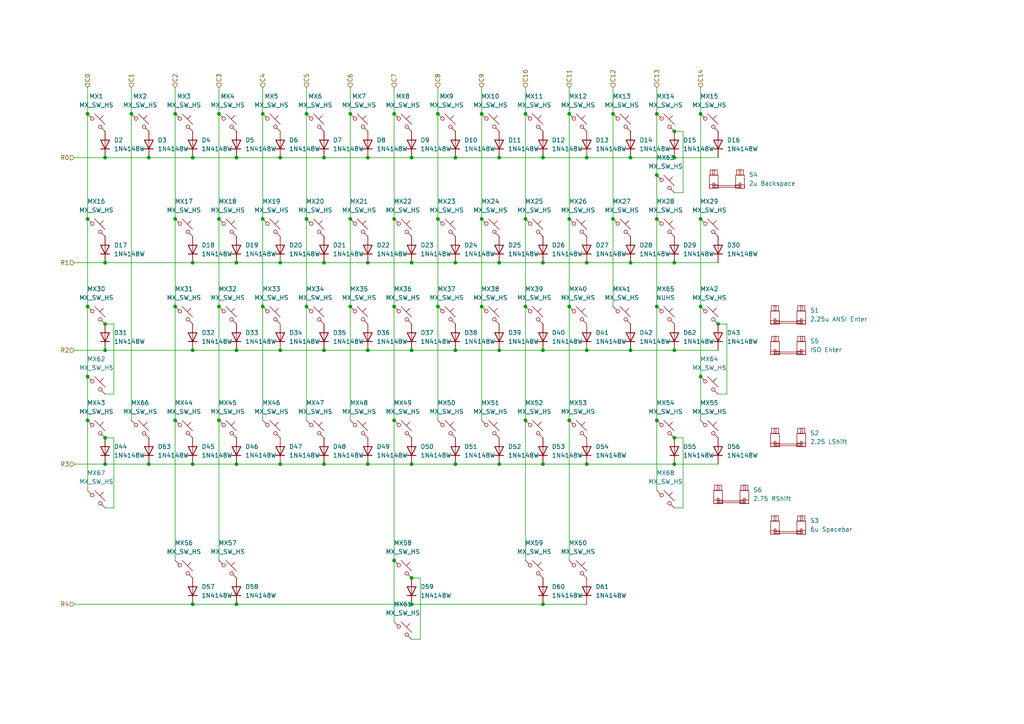
<source format=kicad_sch>
(kicad_sch (version 20231120) (generator "eeschema") (generator_version "8.0")
  (paper "A4")
  (junction (at 81.28 101.6))
  (junction (at 25.4 63.5))
  (junction (at 144.78 134.62))
  (junction (at 203.2 88.9))
  (junction (at 30.48 101.6))
  (junction (at 195.58 127))
  (junction (at 30.48 45.72))
  (junction (at 88.9 33.02))
  (junction (at 106.68 45.72))
  (junction (at 203.2 63.5))
  (junction (at 68.58 45.72))
  (junction (at 170.18 101.6))
  (junction (at 157.48 175.26))
  (junction (at 190.5 63.5))
  (junction (at 106.68 76.2))
  (junction (at 152.4 121.92))
  (junction (at 43.18 134.62))
  (junction (at 93.98 76.2))
  (junction (at 55.88 101.6))
  (junction (at 50.8 33.02))
  (junction (at 195.58 101.6))
  (junction (at 182.88 76.2))
  (junction (at 25.4 88.9))
  (junction (at 195.58 45.72))
  (junction (at 177.8 33.02))
  (junction (at 93.98 134.62))
  (junction (at 132.08 101.6))
  (junction (at 127 88.9))
  (junction (at 170.18 134.62))
  (junction (at 127 63.5))
  (junction (at 144.78 76.2))
  (junction (at 55.88 45.72))
  (junction (at 127 33.02))
  (junction (at 63.5 63.5))
  (junction (at 114.3 121.92))
  (junction (at 139.7 88.9))
  (junction (at 114.3 162.56))
  (junction (at 132.08 76.2))
  (junction (at 25.4 121.92))
  (junction (at 139.7 33.02))
  (junction (at 30.48 134.62))
  (junction (at 55.88 175.26))
  (junction (at 30.48 127))
  (junction (at 132.08 134.62))
  (junction (at 81.28 76.2))
  (junction (at 88.9 63.5))
  (junction (at 119.38 45.72))
  (junction (at 76.2 88.9))
  (junction (at 50.8 88.9))
  (junction (at 119.38 175.26))
  (junction (at 139.7 63.5))
  (junction (at 119.38 101.6))
  (junction (at 25.4 33.02))
  (junction (at 190.5 121.92))
  (junction (at 152.4 88.9))
  (junction (at 195.58 134.62))
  (junction (at 170.18 45.72))
  (junction (at 157.48 134.62))
  (junction (at 63.5 88.9))
  (junction (at 165.1 63.5))
  (junction (at 195.58 38.1))
  (junction (at 101.6 33.02))
  (junction (at 76.2 63.5))
  (junction (at 25.4 109.22))
  (junction (at 93.98 101.6))
  (junction (at 165.1 88.9))
  (junction (at 190.5 33.02))
  (junction (at 165.1 121.92))
  (junction (at 114.3 63.5))
  (junction (at 177.8 63.5))
  (junction (at 119.38 167.64))
  (junction (at 157.48 76.2))
  (junction (at 30.48 76.2))
  (junction (at 101.6 88.9))
  (junction (at 119.38 76.2))
  (junction (at 152.4 63.5))
  (junction (at 144.78 45.72))
  (junction (at 55.88 134.62))
  (junction (at 190.5 88.9))
  (junction (at 55.88 76.2))
  (junction (at 93.98 45.72))
  (junction (at 63.5 121.92))
  (junction (at 81.28 45.72))
  (junction (at 132.08 45.72))
  (junction (at 119.38 134.62))
  (junction (at 106.68 134.62))
  (junction (at 76.2 33.02))
  (junction (at 190.5 50.8))
  (junction (at 68.58 134.62))
  (junction (at 157.48 45.72))
  (junction (at 114.3 33.02))
  (junction (at 165.1 33.02))
  (junction (at 208.28 93.98))
  (junction (at 30.48 93.98))
  (junction (at 50.8 121.92))
  (junction (at 63.5 33.02))
  (junction (at 50.8 63.5))
  (junction (at 182.88 45.72))
  (junction (at 106.68 101.6))
  (junction (at 38.1 33.02))
  (junction (at 152.4 33.02))
  (junction (at 88.9 88.9))
  (junction (at 68.58 76.2))
  (junction (at 203.2 109.22))
  (junction (at 144.78 101.6))
  (junction (at 170.18 76.2))
  (junction (at 182.88 101.6))
  (junction (at 195.58 76.2))
  (junction (at 203.2 33.02))
  (junction (at 43.18 45.72))
  (junction (at 81.28 134.62))
  (junction (at 68.58 175.26))
  (junction (at 101.6 63.5))
  (junction (at 114.3 88.9))
  (junction (at 157.48 101.6))
  (junction (at 68.58 101.6))
  (wire (pts (xy 195.58 45.72) (xy 208.28 45.72)))
  (wire (pts (xy 190.5 88.9) (xy 190.5 121.92)))
  (wire (pts (xy 203.2 63.5) (xy 203.2 88.9)))
  (wire (pts (xy 195.58 134.62) (xy 208.28 134.62)))
  (wire (pts (xy 50.8 88.9) (xy 50.8 121.92)))
  (wire (pts (xy 114.3 121.92) (xy 114.3 162.56)))
  (wire (pts (xy 114.3 25.4) (xy 114.3 33.02)))
  (wire (pts (xy 68.58 134.62) (xy 81.28 134.62)))
  (wire (pts (xy 121.92 167.64) (xy 119.38 167.64)))
  (wire (pts (xy 101.6 33.02) (xy 101.6 63.5)))
  (wire (pts (xy 81.28 134.62) (xy 93.98 134.62)))
  (wire (pts (xy 139.7 25.4) (xy 139.7 33.02)))
  (wire (pts (xy 198.12 55.88) (xy 198.12 38.1)))
  (wire (pts (xy 190.5 50.8) (xy 190.5 63.5)))
  (wire (pts (xy 81.28 45.72) (xy 93.98 45.72)))
  (wire (pts (xy 119.38 175.26) (xy 157.48 175.26)))
  (wire (pts (xy 93.98 134.62) (xy 106.68 134.62)))
  (wire (pts (xy 106.68 101.6) (xy 119.38 101.6)))
  (wire (pts (xy 157.48 175.26) (xy 170.18 175.26)))
  (wire (pts (xy 21.59 45.72) (xy 30.48 45.72)))
  (wire (pts (xy 33.02 114.3) (xy 33.02 93.98)))
  (wire (pts (xy 50.8 121.92) (xy 50.8 162.56)))
  (wire (pts (xy 30.48 101.6) (xy 55.88 101.6)))
  (wire (pts (xy 152.4 25.4) (xy 152.4 33.02)))
  (wire (pts (xy 190.5 33.02) (xy 190.5 50.8)))
  (wire (pts (xy 170.18 101.6) (xy 182.88 101.6)))
  (wire (pts (xy 55.88 101.6) (xy 68.58 101.6)))
  (wire (pts (xy 50.8 63.5) (xy 50.8 88.9)))
  (wire (pts (xy 170.18 134.62) (xy 195.58 134.62)))
  (wire (pts (xy 33.02 127) (xy 30.48 127)))
  (wire (pts (xy 63.5 121.92) (xy 63.5 162.56)))
  (wire (pts (xy 76.2 25.4) (xy 76.2 33.02)))
  (wire (pts (xy 203.2 25.4) (xy 203.2 33.02)))
  (wire (pts (xy 139.7 33.02) (xy 139.7 63.5)))
  (wire (pts (xy 63.5 88.9) (xy 63.5 121.92)))
  (wire (pts (xy 88.9 88.9) (xy 88.9 121.92)))
  (wire (pts (xy 55.88 45.72) (xy 68.58 45.72)))
  (wire (pts (xy 106.68 76.2) (xy 119.38 76.2)))
  (wire (pts (xy 38.1 25.4) (xy 38.1 33.02)))
  (wire (pts (xy 127 25.4) (xy 127 33.02)))
  (wire (pts (xy 195.58 76.2) (xy 208.28 76.2)))
  (wire (pts (xy 157.48 134.62) (xy 170.18 134.62)))
  (wire (pts (xy 25.4 109.22) (xy 25.4 121.92)))
  (wire (pts (xy 165.1 121.92) (xy 165.1 162.56)))
  (wire (pts (xy 38.1 33.02) (xy 38.1 121.92)))
  (wire (pts (xy 25.4 33.02) (xy 25.4 63.5)))
  (wire (pts (xy 157.48 101.6) (xy 170.18 101.6)))
  (wire (pts (xy 93.98 101.6) (xy 106.68 101.6)))
  (wire (pts (xy 30.48 45.72) (xy 43.18 45.72)))
  (wire (pts (xy 144.78 76.2) (xy 157.48 76.2)))
  (wire (pts (xy 63.5 33.02) (xy 63.5 63.5)))
  (wire (pts (xy 30.48 147.32) (xy 33.02 147.32)))
  (wire (pts (xy 43.18 45.72) (xy 55.88 45.72)))
  (wire (pts (xy 106.68 45.72) (xy 119.38 45.72)))
  (wire (pts (xy 165.1 25.4) (xy 165.1 33.02)))
  (wire (pts (xy 203.2 88.9) (xy 203.2 109.22)))
  (wire (pts (xy 152.4 63.5) (xy 152.4 88.9)))
  (wire (pts (xy 119.38 45.72) (xy 132.08 45.72)))
  (wire (pts (xy 203.2 33.02) (xy 203.2 63.5)))
  (wire (pts (xy 139.7 88.9) (xy 139.7 121.92)))
  (wire (pts (xy 68.58 45.72) (xy 81.28 45.72)))
  (wire (pts (xy 198.12 127) (xy 195.58 127)))
  (wire (pts (xy 43.18 134.62) (xy 55.88 134.62)))
  (wire (pts (xy 132.08 101.6) (xy 144.78 101.6)))
  (wire (pts (xy 132.08 76.2) (xy 144.78 76.2)))
  (wire (pts (xy 21.59 134.62) (xy 30.48 134.62)))
  (wire (pts (xy 68.58 175.26) (xy 119.38 175.26)))
  (wire (pts (xy 210.82 93.98) (xy 208.28 93.98)))
  (wire (pts (xy 208.28 114.3) (xy 210.82 114.3)))
  (wire (pts (xy 127 88.9) (xy 127 121.92)))
  (wire (pts (xy 210.82 114.3) (xy 210.82 93.98)))
  (wire (pts (xy 119.38 76.2) (xy 132.08 76.2)))
  (wire (pts (xy 190.5 121.92) (xy 190.5 142.24)))
  (wire (pts (xy 195.58 101.6) (xy 208.28 101.6)))
  (wire (pts (xy 182.88 101.6) (xy 195.58 101.6)))
  (wire (pts (xy 165.1 88.9) (xy 165.1 121.92)))
  (wire (pts (xy 203.2 109.22) (xy 203.2 121.92)))
  (wire (pts (xy 93.98 45.72) (xy 106.68 45.72)))
  (wire (pts (xy 101.6 88.9) (xy 101.6 121.92)))
  (wire (pts (xy 190.5 25.4) (xy 190.5 33.02)))
  (wire (pts (xy 30.48 134.62) (xy 43.18 134.62)))
  (wire (pts (xy 76.2 63.5) (xy 76.2 88.9)))
  (wire (pts (xy 33.02 93.98) (xy 30.48 93.98)))
  (wire (pts (xy 165.1 33.02) (xy 165.1 63.5)))
  (wire (pts (xy 63.5 25.4) (xy 63.5 33.02)))
  (wire (pts (xy 114.3 162.56) (xy 114.3 180.34)))
  (wire (pts (xy 127 63.5) (xy 127 88.9)))
  (wire (pts (xy 152.4 33.02) (xy 152.4 63.5)))
  (wire (pts (xy 157.48 76.2) (xy 170.18 76.2)))
  (wire (pts (xy 81.28 76.2) (xy 93.98 76.2)))
  (wire (pts (xy 63.5 63.5) (xy 63.5 88.9)))
  (wire (pts (xy 21.59 175.26) (xy 55.88 175.26)))
  (wire (pts (xy 177.8 33.02) (xy 177.8 63.5)))
  (wire (pts (xy 119.38 101.6) (xy 132.08 101.6)))
  (wire (pts (xy 55.88 76.2) (xy 68.58 76.2)))
  (wire (pts (xy 101.6 25.4) (xy 101.6 33.02)))
  (wire (pts (xy 114.3 88.9) (xy 114.3 121.92)))
  (wire (pts (xy 50.8 25.4) (xy 50.8 33.02)))
  (wire (pts (xy 50.8 33.02) (xy 50.8 63.5)))
  (wire (pts (xy 76.2 88.9) (xy 76.2 121.92)))
  (wire (pts (xy 182.88 45.72) (xy 195.58 45.72)))
  (wire (pts (xy 21.59 101.6) (xy 30.48 101.6)))
  (wire (pts (xy 152.4 121.92) (xy 152.4 162.56)))
  (wire (pts (xy 114.3 63.5) (xy 114.3 88.9)))
  (wire (pts (xy 132.08 134.62) (xy 144.78 134.62)))
  (wire (pts (xy 30.48 76.2) (xy 55.88 76.2)))
  (wire (pts (xy 177.8 25.4) (xy 177.8 33.02)))
  (wire (pts (xy 152.4 88.9) (xy 152.4 121.92)))
  (wire (pts (xy 170.18 45.72) (xy 182.88 45.72)))
  (wire (pts (xy 119.38 134.62) (xy 132.08 134.62)))
  (wire (pts (xy 25.4 25.4) (xy 25.4 33.02)))
  (wire (pts (xy 195.58 38.1) (xy 198.12 38.1)))
  (wire (pts (xy 25.4 63.5) (xy 25.4 88.9)))
  (wire (pts (xy 177.8 63.5) (xy 177.8 88.9)))
  (wire (pts (xy 93.98 76.2) (xy 106.68 76.2)))
  (wire (pts (xy 88.9 33.02) (xy 88.9 63.5)))
  (wire (pts (xy 121.92 185.42) (xy 121.92 167.64)))
  (wire (pts (xy 144.78 101.6) (xy 157.48 101.6)))
  (wire (pts (xy 55.88 175.26) (xy 68.58 175.26)))
  (wire (pts (xy 182.88 76.2) (xy 195.58 76.2)))
  (wire (pts (xy 157.48 45.72) (xy 170.18 45.72)))
  (wire (pts (xy 144.78 45.72) (xy 157.48 45.72)))
  (wire (pts (xy 25.4 88.9) (xy 25.4 109.22)))
  (wire (pts (xy 30.48 114.3) (xy 33.02 114.3)))
  (wire (pts (xy 195.58 55.88) (xy 198.12 55.88)))
  (wire (pts (xy 170.18 76.2) (xy 182.88 76.2)))
  (wire (pts (xy 21.59 76.2) (xy 30.48 76.2)))
  (wire (pts (xy 68.58 76.2) (xy 81.28 76.2)))
  (wire (pts (xy 198.12 147.32) (xy 198.12 127)))
  (wire (pts (xy 132.08 45.72) (xy 144.78 45.72)))
  (wire (pts (xy 165.1 63.5) (xy 165.1 88.9)))
  (wire (pts (xy 190.5 63.5) (xy 190.5 88.9)))
  (wire (pts (xy 25.4 121.92) (xy 25.4 142.24)))
  (wire (pts (xy 55.88 134.62) (xy 68.58 134.62)))
  (wire (pts (xy 81.28 101.6) (xy 93.98 101.6)))
  (wire (pts (xy 144.78 134.62) (xy 157.48 134.62)))
  (wire (pts (xy 33.02 147.32) (xy 33.02 127)))
  (wire (pts (xy 76.2 33.02) (xy 76.2 63.5)))
  (wire (pts (xy 119.38 185.42) (xy 121.92 185.42)))
  (wire (pts (xy 68.58 101.6) (xy 81.28 101.6)))
  (wire (pts (xy 195.58 147.32) (xy 198.12 147.32)))
  (wire (pts (xy 101.6 63.5) (xy 101.6 88.9)))
  (wire (pts (xy 114.3 33.02) (xy 114.3 63.5)))
  (wire (pts (xy 88.9 25.4) (xy 88.9 33.02)))
  (wire (pts (xy 88.9 63.5) (xy 88.9 88.9)))
  (wire (pts (xy 127 33.02) (xy 127 63.5)))
  (wire (pts (xy 106.68 134.62) (xy 119.38 134.62)))
  (wire (pts (xy 139.7 63.5) (xy 139.7 88.9)))
  (hierarchical_label "R2" (shape input) (at 21.59 101.6 180))
  (hierarchical_label "R3" (shape input) (at 21.59 134.62 180))
  (hierarchical_label "C3" (shape input) (at 63.5 25.4 90))
  (hierarchical_label "C9" (shape input) (at 139.7 25.4 90))
  (hierarchical_label "C14" (shape input) (at 203.2 25.4 90))
  (hierarchical_label "C5" (shape input) (at 88.9 25.4 90))
  (hierarchical_label "R1" (shape input) (at 21.59 76.2 180))
  (hierarchical_label "C10" (shape input) (at 152.4 25.4 90))
  (hierarchical_label "C12" (shape input) (at 177.8 25.4 90))
  (hierarchical_label "C0" (shape input) (at 25.4 25.4 90))
  (hierarchical_label "C11" (shape input) (at 165.1 25.4 90))
  (hierarchical_label "R0" (shape input) (at 21.59 45.72 180))
  (hierarchical_label "C2" (shape input) (at 50.8 25.4 90))
  (hierarchical_label "C1" (shape input) (at 38.1 25.4 90))
  (hierarchical_label "C8" (shape input) (at 127 25.4 90))
  (hierarchical_label "C6" (shape input) (at 101.6 25.4 90))
  (hierarchical_label "R4" (shape input) (at 21.59 175.26 180))
  (hierarchical_label "C13" (shape input) (at 190.5 25.4 90))
  (hierarchical_label "C4" (shape input) (at 76.2 25.4 90))
  (hierarchical_label "C7" (shape input) (at 114.3 25.4 90))
  (symbol (lib_id "Device:D") (at 132.08 41.91 90) (unit 1)
    (property "Reference" "D10" (at 134.62 40.6399 90) (effects (justify right)))
    (property "Value" "1N4148W" (at 134.62 43.1799 90) (effects (justify right)))
    (property "Footprint" "Diode_SMD:D_SOD-123" (effects (hide yes)))
    (property "Description" "Diode" (effects (hide yes)))
    (property "Sim.Device" "D" (effects (hide yes)))
    (property "Sim.Pins" "1=K 2=A" (effects (hide yes)))
  )
  (symbol (lib_id "PCM_marbastlib-mx:MX_SW_solder") (at 104.14 91.44 0) (unit 1)
    (property "Reference" "MX35" (at 104.14 83.82 0))
    (property "Value" "MX_SW_HS" (at 104.14 86.36 0))
    (property "Footprint" "PCM_marbastlib-mx:SW_MX_1u" (effects (hide yes)))
    (property "Description" "Push button switch, normally open, two pins, 45° tilted" (effects (hide yes)))
  )
  (symbol (lib_id "Device:D") (at 208.28 72.39 90) (unit 1)
    (property "Reference" "D30" (at 210.82 71.1199 90) (effects (justify right)))
    (property "Value" "1N4148W" (at 210.82 73.6599 90) (effects (justify right)))
    (property "Footprint" "Diode_SMD:D_SOD-123" (effects (hide yes)))
    (property "Description" "Diode" (effects (hide yes)))
    (property "Sim.Device" "D" (effects (hide yes)))
    (property "Sim.Pins" "1=K 2=A" (effects (hide yes)))
  )
  (symbol (lib_id "Device:D") (at 55.88 72.39 90) (unit 1)
    (property "Reference" "D18" (at 58.42 71.1199 90) (effects (justify right)))
    (property "Value" "1N4148W" (at 58.42 73.6599 90) (effects (justify right)))
    (property "Footprint" "Diode_SMD:D_SOD-123" (effects (hide yes)))
    (property "Description" "Diode" (effects (hide yes)))
    (property "Sim.Device" "D" (effects (hide yes)))
    (property "Sim.Pins" "1=K 2=A" (effects (hide yes)))
  )
  (symbol (lib_id "PCM_marbastlib-mx:MX_SW_solder") (at 116.84 165.1 0) (unit 1)
    (property "Reference" "MX58" (at 116.84 157.48 0))
    (property "Value" "MX_SW_HS" (at 116.84 160.02 0))
    (property "Footprint" "PCM_marbastlib-mx:SW_MX_1u" (effects (hide yes)))
    (property "Description" "Push button switch, normally open, two pins, 45° tilted" (effects (hide yes)))
  )
  (symbol (lib_id "Device:D") (at 68.58 130.81 90) (unit 1)
    (property "Reference" "D46" (at 71.12 129.5399 90) (effects (justify right)))
    (property "Value" "1N4148W" (at 71.12 132.0799 90) (effects (justify right)))
    (property "Footprint" "Diode_SMD:D_SOD-123" (effects (hide yes)))
    (property "Description" "Diode" (effects (hide yes)))
    (property "Sim.Device" "D" (effects (hide yes)))
    (property "Sim.Pins" "1=K 2=A" (effects (hide yes)))
  )
  (symbol (lib_id "PCM_marbastlib-mx:MX_SW_solder") (at 40.64 35.56 0) (unit 1)
    (property "Reference" "MX2" (at 40.64 27.94 0))
    (property "Value" "MX_SW_HS" (at 40.64 30.48 0))
    (property "Footprint" "PCM_marbastlib-mx:SW_MX_1u" (effects (hide yes)))
    (property "Description" "Push button switch, normally open, two pins, 45° tilted" (effects (hide yes)))
  )
  (symbol (lib_id "Device:D") (at 170.18 171.45 90) (unit 1)
    (property "Reference" "D61" (at 172.72 170.1799 90) (effects (justify right)))
    (property "Value" "1N4148W" (at 172.72 172.7199 90) (effects (justify right)))
    (property "Footprint" "Diode_SMD:D_SOD-123" (effects (hide yes)))
    (property "Description" "Diode" (effects (hide yes)))
    (property "Sim.Device" "D" (effects (hide yes)))
    (property "Sim.Pins" "1=K 2=A" (effects (hide yes)))
  )
  (symbol (lib_id "PCM_marbastlib-mx:MX_SW_solder") (at 40.64 124.46 0) (unit 1)
    (property "Reference" "MX66" (at 40.64 116.84 0))
    (property "Value" "MX_SW_HS" (at 40.64 119.38 0))
    (property "Footprint" "PCM_marbastlib-mx:SW_MX_1u" (effects (hide yes)))
    (property "Description" "Push button switch, normally open, two pins, 45° tilted" (effects (hide yes)))
  )
  (symbol (lib_id "Device:D") (at 30.48 130.81 90) (unit 1)
    (property "Reference" "D44" (at 33.02 129.5399 90) (effects (justify right)))
    (property "Value" "1N4148W" (at 33.02 132.0799 90) (effects (justify right)))
    (property "Footprint" "Diode_SMD:D_SOD-123" (effects (hide yes)))
    (property "Description" "Diode" (effects (hide yes)))
    (property "Sim.Device" "D" (effects (hide yes)))
    (property "Sim.Pins" "1=K 2=A" (effects (hide yes)))
  )
  (symbol (lib_id "Device:D") (at 43.18 41.91 90) (unit 1)
    (property "Reference" "D3" (at 45.72 40.6399 90) (effects (justify right)))
    (property "Value" "1N4148W" (at 45.72 43.1799 90) (effects (justify right)))
    (property "Footprint" "Diode_SMD:D_SOD-123" (effects (hide yes)))
    (property "Description" "Diode" (effects (hide yes)))
    (property "Sim.Device" "D" (effects (hide yes)))
    (property "Sim.Pins" "1=K 2=A" (effects (hide yes)))
  )
  (symbol (lib_id "PCM_marbastlib-mx:MX_SW_solder") (at 142.24 124.46 0) (unit 1)
    (property "Reference" "MX51" (at 142.24 116.84 0))
    (property "Value" "MX_SW_HS" (at 142.24 119.38 0))
    (property "Footprint" "PCM_marbastlib-mx:SW_MX_1u" (effects (hide yes)))
    (property "Description" "Push button switch, normally open, two pins, 45° tilted" (effects (hide yes)))
  )
  (symbol (lib_id "Device:D") (at 144.78 97.79 90) (unit 1)
    (property "Reference" "D39" (at 147.32 96.5199 90) (effects (justify right)))
    (property "Value" "1N4148W" (at 147.32 99.0599 90) (effects (justify right)))
    (property "Footprint" "Diode_SMD:D_SOD-123" (effects (hide yes)))
    (property "Description" "Diode" (effects (hide yes)))
    (property "Sim.Device" "D" (effects (hide yes)))
    (property "Sim.Pins" "1=K 2=A" (effects (hide yes)))
  )
  (symbol (lib_id "Device:D") (at 132.08 130.81 90) (unit 1)
    (property "Reference" "D51" (at 134.62 129.5399 90) (effects (justify right)))
    (property "Value" "1N4148W" (at 134.62 132.0799 90) (effects (justify right)))
    (property "Footprint" "Diode_SMD:D_SOD-123" (effects (hide yes)))
    (property "Description" "Diode" (effects (hide yes)))
    (property "Sim.Device" "D" (effects (hide yes)))
    (property "Sim.Pins" "1=K 2=A" (effects (hide yes)))
  )
  (symbol (lib_id "Device:D") (at 132.08 72.39 90) (unit 1)
    (property "Reference" "D24" (at 134.62 71.1199 90) (effects (justify right)))
    (property "Value" "1N4148W" (at 134.62 73.6599 90) (effects (justify right)))
    (property "Footprint" "Diode_SMD:D_SOD-123" (effects (hide yes)))
    (property "Description" "Diode" (effects (hide yes)))
    (property "Sim.Device" "D" (effects (hide yes)))
    (property "Sim.Pins" "1=K 2=A" (effects (hide yes)))
  )
  (symbol (lib_id "Device:D") (at 170.18 130.81 90) (unit 1)
    (property "Reference" "D54" (at 172.72 129.5399 90) (effects (justify right)))
    (property "Value" "1N4148W" (at 172.72 132.0799 90) (effects (justify right)))
    (property "Footprint" "Diode_SMD:D_SOD-123" (effects (hide yes)))
    (property "Description" "Diode" (effects (hide yes)))
    (property "Sim.Device" "D" (effects (hide yes)))
    (property "Sim.Pins" "1=K 2=A" (effects (hide yes)))
  )
  (symbol (lib_id "PCM_marbastlib-mx:MX_SW_solder") (at 27.94 144.78 0) (unit 1)
    (property "Reference" "MX67" (at 27.94 137.16 0))
    (property "Value" "MX_SW_HS" (at 27.94 139.7 0))
    (property "Footprint" "PCM_marbastlib-mx:SW_MX_1u" (effects (hide yes)))
    (property "Description" "Push button switch, normally open, two pins, 45° tilted" (effects (hide yes)))
  )
  (symbol (lib_id "PCM_marbastlib-mx:MX_stab") (at 228.6 152.4 0) (unit 1) (in_bom no)
    (property "Reference" "S3" (at 234.95 151.0029 0) (effects (justify left)))
    (property "Value" "6u Spacebar" (at 234.95 153.5429 0) (effects (justify left)))
    (property "Footprint" "PCM_marbastlib-mx:STAB_MX_6u_New" (effects (hide yes)))
    (property "Description" "Cherry MX-style stabilizer" (effects (hide yes)))
  )
  (symbol (lib_id "PCM_marbastlib-mx:MX_SW_solder") (at 66.04 124.46 0) (unit 1)
    (property "Reference" "MX45" (at 66.04 116.84 0))
    (property "Value" "MX_SW_HS" (at 66.04 119.38 0))
    (property "Footprint" "PCM_marbastlib-mx:SW_MX_1u" (effects (hide yes)))
    (property "Description" "Push button switch, normally open, two pins, 45° tilted" (effects (hide yes)))
  )
  (symbol (lib_id "PCM_marbastlib-mx:MX_SW_solder") (at 116.84 182.88 0) (unit 1)
    (property "Reference" "MX61" (at 116.84 175.26 0))
    (property "Value" "MX_SW_HS" (at 116.84 177.8 0))
    (property "Footprint" "PCM_marbastlib-mx:SW_MX_1u" (effects (hide yes)))
    (property "Description" "Push button switch, normally open, two pins, 45° tilted" (effects (hide yes)))
  )
  (symbol (lib_id "Device:D") (at 144.78 72.39 90) (unit 1)
    (property "Reference" "D25" (at 147.32 71.1199 90) (effects (justify right)))
    (property "Value" "1N4148W" (at 147.32 73.6599 90) (effects (justify right)))
    (property "Footprint" "Diode_SMD:D_SOD-123" (effects (hide yes)))
    (property "Description" "Diode" (effects (hide yes)))
    (property "Sim.Device" "D" (effects (hide yes)))
    (property "Sim.Pins" "1=K 2=A" (effects (hide yes)))
  )
  (symbol (lib_id "Device:D") (at 208.28 97.79 90) (unit 1)
    (property "Reference" "D43" (at 210.82 96.5199 90) (effects (justify right)))
    (property "Value" "1N4148W" (at 210.82 99.0599 90) (effects (justify right)))
    (property "Footprint" "Diode_SMD:D_SOD-123" (effects (hide yes)))
    (property "Description" "Diode" (effects (hide yes)))
    (property "Sim.Device" "D" (effects (hide yes)))
    (property "Sim.Pins" "1=K 2=A" (effects (hide yes)))
  )
  (symbol (lib_id "Device:D") (at 144.78 130.81 90) (unit 1)
    (property "Reference" "D52" (at 147.32 129.5399 90) (effects (justify right)))
    (property "Value" "1N4148W" (at 147.32 132.0799 90) (effects (justify right)))
    (property "Footprint" "Diode_SMD:D_SOD-123" (effects (hide yes)))
    (property "Description" "Diode" (effects (hide yes)))
    (property "Sim.Device" "D" (effects (hide yes)))
    (property "Sim.Pins" "1=K 2=A" (effects (hide yes)))
  )
  (symbol (lib_id "PCM_marbastlib-mx:MX_SW_solder") (at 27.94 35.56 0) (unit 1)
    (property "Reference" "MX1" (at 27.94 27.94 0))
    (property "Value" "MX_SW_HS" (at 27.94 30.48 0))
    (property "Footprint" "PCM_marbastlib-mx:SW_MX_1u" (effects (hide yes)))
    (property "Description" "Push button switch, normally open, two pins, 45° tilted" (effects (hide yes)))
  )
  (symbol (lib_id "PCM_marbastlib-mx:MX_SW_solder") (at 129.54 35.56 0) (unit 1)
    (property "Reference" "MX9" (at 129.54 27.94 0))
    (property "Value" "MX_SW_HS" (at 129.54 30.48 0))
    (property "Footprint" "PCM_marbastlib-mx:SW_MX_1u" (effects (hide yes)))
    (property "Description" "Push button switch, normally open, two pins, 45° tilted" (effects (hide yes)))
  )
  (symbol (lib_id "Device:D") (at 195.58 97.79 90) (unit 1)
    (property "Reference" "D62" (at 198.12 96.5199 90) (effects (justify right)))
    (property "Value" "1N4148W" (at 198.12 99.0599 90) (effects (justify right)))
    (property "Footprint" "Diode_SMD:D_SOD-123" (effects (hide yes)))
    (property "Description" "Diode" (effects (hide yes)))
    (property "Sim.Device" "D" (effects (hide yes)))
    (property "Sim.Pins" "1=K 2=A" (effects (hide yes)))
  )
  (symbol (lib_id "PCM_marbastlib-mx:MX_SW_solder") (at 193.04 91.44 0) (unit 1)
    (property "Reference" "MX65" (at 193.04 83.82 0))
    (property "Value" "NUHS" (at 193.04 86.36 0))
    (property "Footprint" "PCM_marbastlib-mx:SW_MX_1u" (effects (hide yes)))
    (property "Description" "Push button switch, normally open, two pins, 45° tilted" (effects (hide yes)))
  )
  (symbol (lib_id "PCM_marbastlib-mx:MX_SW_solder") (at 167.64 66.04 0) (unit 1)
    (property "Reference" "MX26" (at 167.64 58.42 0))
    (property "Value" "MX_SW_HS" (at 167.64 60.96 0))
    (property "Footprint" "PCM_marbastlib-mx:SW_MX_1u" (effects (hide yes)))
    (property "Description" "Push button switch, normally open, two pins, 45° tilted" (effects (hide yes)))
  )
  (symbol (lib_id "PCM_marbastlib-mx:MX_SW_solder") (at 104.14 66.04 0) (unit 1)
    (property "Reference" "MX21" (at 104.14 58.42 0))
    (property "Value" "MX_SW_HS" (at 104.14 60.96 0))
    (property "Footprint" "PCM_marbastlib-mx:SW_MX_1u" (effects (hide yes)))
    (property "Description" "Push button switch, normally open, two pins, 45° tilted" (effects (hide yes)))
  )
  (symbol (lib_id "Device:D") (at 106.68 72.39 90) (unit 1)
    (property "Reference" "D22" (at 109.22 71.1199 90) (effects (justify right)))
    (property "Value" "1N4148W" (at 109.22 73.6599 90) (effects (justify right)))
    (property "Footprint" "Diode_SMD:D_SOD-123" (effects (hide yes)))
    (property "Description" "Diode" (effects (hide yes)))
    (property "Sim.Device" "D" (effects (hide yes)))
    (property "Sim.Pins" "1=K 2=A" (effects (hide yes)))
  )
  (symbol (lib_id "Device:D") (at 170.18 72.39 90) (unit 1)
    (property "Reference" "D27" (at 172.72 71.1199 90) (effects (justify right)))
    (property "Value" "1N4148W" (at 172.72 73.6599 90) (effects (justify right)))
    (property "Footprint" "Diode_SMD:D_SOD-123" (effects (hide yes)))
    (property "Description" "Diode" (effects (hide yes)))
    (property "Sim.Device" "D" (effects (hide yes)))
    (property "Sim.Pins" "1=K 2=A" (effects (hide yes)))
  )
  (symbol (lib_id "PCM_marbastlib-mx:MX_SW_solder") (at 53.34 124.46 0) (unit 1)
    (property "Reference" "MX44" (at 53.34 116.84 0))
    (property "Value" "MX_SW_HS" (at 53.34 119.38 0))
    (property "Footprint" "PCM_marbastlib-mx:SW_MX_1u" (effects (hide yes)))
    (property "Description" "Push button switch, normally open, two pins, 45° tilted" (effects (hide yes)))
  )
  (symbol (lib_id "PCM_marbastlib-mx:MX_SW_solder") (at 154.94 66.04 0) (unit 1)
    (property "Reference" "MX25" (at 154.94 58.42 0))
    (property "Value" "MX_SW_HS" (at 154.94 60.96 0))
    (property "Footprint" "PCM_marbastlib-mx:SW_MX_1u" (effects (hide yes)))
    (property "Description" "Push button switch, normally open, two pins, 45° tilted" (effects (hide yes)))
  )
  (symbol (lib_id "PCM_marbastlib-mx:MX_stab") (at 210.82 52.07 0) (unit 1)
    (property "Reference" "S4" (at 217.17 50.6729 0) (effects (justify left)))
    (property "Value" "2u Backspace" (at 217.17 53.2129 0) (effects (justify left)))
    (property "Footprint" "PCM_marbastlib-mx:STAB_MX_2u" (effects (hide yes)))
    (property "Description" "Cherry MX-style stabilizer" (effects (hide yes)))
  )
  (symbol (lib_id "Device:D") (at 93.98 97.79 90) (unit 1)
    (property "Reference" "D35" (at 96.52 96.5199 90) (effects (justify right)))
    (property "Value" "1N4148W" (at 96.52 99.0599 90) (effects (justify right)))
    (property "Footprint" "Diode_SMD:D_SOD-123" (effects (hide yes)))
    (property "Description" "Diode" (effects (hide yes)))
    (property "Sim.Device" "D" (effects (hide yes)))
    (property "Sim.Pins" "1=K 2=A" (effects (hide yes)))
  )
  (symbol (lib_id "PCM_marbastlib-mx:MX_SW_solder") (at 91.44 35.56 0) (unit 1)
    (property "Reference" "MX6" (at 91.44 27.94 0))
    (property "Value" "MX_SW_HS" (at 91.44 30.48 0))
    (property "Footprint" "PCM_marbastlib-mx:SW_MX_1u" (effects (hide yes)))
    (property "Description" "Push button switch, normally open, two pins, 45° tilted" (effects (hide yes)))
  )
  (symbol (lib_id "PCM_marbastlib-mx:MX_SW_solder") (at 167.64 165.1 0) (unit 1)
    (property "Reference" "MX60" (at 167.64 157.48 0))
    (property "Value" "MX_SW_HS" (at 167.64 160.02 0))
    (property "Footprint" "PCM_marbastlib-mx:SW_MX_1u" (effects (hide yes)))
    (property "Description" "Push button switch, normally open, two pins, 45° tilted" (effects (hide yes)))
  )
  (symbol (lib_id "Device:D") (at 157.48 41.91 90) (unit 1)
    (property "Reference" "D12" (at 160.02 40.6399 90) (effects (justify right)))
    (property "Value" "1N4148W" (at 160.02 43.1799 90) (effects (justify right)))
    (property "Footprint" "Diode_SMD:D_SOD-123" (effects (hide yes)))
    (property "Description" "Diode" (effects (hide yes)))
    (property "Sim.Device" "D" (effects (hide yes)))
    (property "Sim.Pins" "1=K 2=A" (effects (hide yes)))
  )
  (symbol (lib_id "PCM_marbastlib-mx:MX_SW_solder") (at 205.74 91.44 0) (unit 1)
    (property "Reference" "MX42" (at 205.74 83.82 0))
    (property "Value" "MX_SW_HS" (at 205.74 86.36 0))
    (property "Footprint" "PCM_marbastlib-mx:SW_MX_1u" (effects (hide yes)))
    (property "Description" "Push button switch, normally open, two pins, 45° tilted" (effects (hide yes)))
  )
  (symbol (lib_id "PCM_marbastlib-mx:MX_SW_solder") (at 66.04 91.44 0) (unit 1)
    (property "Reference" "MX32" (at 66.04 83.82 0))
    (property "Value" "MX_SW_HS" (at 66.04 86.36 0))
    (property "Footprint" "PCM_marbastlib-mx:SW_MX_1u" (effects (hide yes)))
    (property "Description" "Push button switch, normally open, two pins, 45° tilted" (effects (hide yes)))
  )
  (symbol (lib_id "Device:D") (at 182.88 72.39 90) (unit 1)
    (property "Reference" "D28" (at 185.42 71.1199 90) (effects (justify right)))
    (property "Value" "1N4148W" (at 185.42 73.6599 90) (effects (justify right)))
    (property "Footprint" "Diode_SMD:D_SOD-123" (effects (hide yes)))
    (property "Description" "Diode" (effects (hide yes)))
    (property "Sim.Device" "D" (effects (hide yes)))
    (property "Sim.Pins" "1=K 2=A" (effects (hide yes)))
  )
  (symbol (lib_id "Device:D") (at 157.48 171.45 90) (unit 1)
    (property "Reference" "D60" (at 160.02 170.1799 90) (effects (justify right)))
    (property "Value" "1N4148W" (at 160.02 172.7199 90) (effects (justify right)))
    (property "Footprint" "Diode_SMD:D_SOD-123" (effects (hide yes)))
    (property "Description" "Diode" (effects (hide yes)))
    (property "Sim.Device" "D" (effects (hide yes)))
    (property "Sim.Pins" "1=K 2=A" (effects (hide yes)))
  )
  (symbol (lib_id "PCM_marbastlib-mx:MX_SW_solder") (at 116.84 124.46 0) (unit 1)
    (property "Reference" "MX49" (at 116.84 116.84 0))
    (property "Value" "MX_SW_HS" (at 116.84 119.38 0))
    (property "Footprint" "PCM_marbastlib-mx:SW_MX_1u" (effects (hide yes)))
    (property "Description" "Push button switch, normally open, two pins, 45° tilted" (effects (hide yes)))
  )
  (symbol (lib_id "PCM_marbastlib-mx:MX_SW_solder") (at 193.04 66.04 0) (unit 1)
    (property "Reference" "MX28" (at 193.04 58.42 0))
    (property "Value" "MX_SW_HS" (at 193.04 60.96 0))
    (property "Footprint" "PCM_marbastlib-mx:SW_MX_1u" (effects (hide yes)))
    (property "Description" "Push button switch, normally open, two pins, 45° tilted" (effects (hide yes)))
  )
  (symbol (lib_id "PCM_marbastlib-mx:MX_SW_solder") (at 91.44 66.04 0) (unit 1)
    (property "Reference" "MX20" (at 91.44 58.42 0))
    (property "Value" "MX_SW_HS" (at 91.44 60.96 0))
    (property "Footprint" "PCM_marbastlib-mx:SW_MX_1u" (effects (hide yes)))
    (property "Description" "Push button switch, normally open, two pins, 45° tilted" (effects (hide yes)))
  )
  (symbol (lib_id "Device:D") (at 119.38 97.79 90) (unit 1)
    (property "Reference" "D37" (at 121.92 96.5199 90) (effects (justify right)))
    (property "Value" "1N4148W" (at 121.92 99.0599 90) (effects (justify right)))
    (property "Footprint" "Diode_SMD:D_SOD-123" (effects (hide yes)))
    (property "Description" "Diode" (effects (hide yes)))
    (property "Sim.Device" "D" (effects (hide yes)))
    (property "Sim.Pins" "1=K 2=A" (effects (hide yes)))
  )
  (symbol (lib_id "Device:D") (at 144.78 41.91 90) (unit 1)
    (property "Reference" "D11" (at 147.32 40.6399 90) (effects (justify right)))
    (property "Value" "1N4148W" (at 147.32 43.1799 90) (effects (justify right)))
    (property "Footprint" "Diode_SMD:D_SOD-123" (effects (hide yes)))
    (property "Description" "Diode" (effects (hide yes)))
    (property "Sim.Device" "D" (effects (hide yes)))
    (property "Sim.Pins" "1=K 2=A" (effects (hide yes)))
  )
  (symbol (lib_id "PCM_marbastlib-mx:MX_SW_solder") (at 205.74 124.46 0) (unit 1)
    (property "Reference" "MX55" (at 205.74 116.84 0))
    (property "Value" "MX_SW_HS" (at 205.74 119.38 0))
    (property "Footprint" "PCM_marbastlib-mx:SW_MX_1u" (effects (hide yes)))
    (property "Description" "Push button switch, normally open, two pins, 45° tilted" (effects (hide yes)))
  )
  (symbol (lib_id "PCM_marbastlib-mx:MX_SW_solder") (at 104.14 35.56 0) (unit 1)
    (property "Reference" "MX7" (at 104.14 27.94 0))
    (property "Value" "MX_SW_HS" (at 104.14 30.48 0))
    (property "Footprint" "PCM_marbastlib-mx:SW_MX_1u" (effects (hide yes)))
    (property "Description" "Push button switch, normally open, two pins, 45° tilted" (effects (hide yes)))
  )
  (symbol (lib_id "Device:D") (at 182.88 41.91 90) (unit 1)
    (property "Reference" "D14" (at 185.42 40.6399 90) (effects (justify right)))
    (property "Value" "1N4148W" (at 185.42 43.1799 90) (effects (justify right)))
    (property "Footprint" "Diode_SMD:D_SOD-123" (effects (hide yes)))
    (property "Description" "Diode" (effects (hide yes)))
    (property "Sim.Device" "D" (effects (hide yes)))
    (property "Sim.Pins" "1=K 2=A" (effects (hide yes)))
  )
  (symbol (lib_id "PCM_marbastlib-mx:MX_SW_solder") (at 116.84 91.44 0) (unit 1)
    (property "Reference" "MX36" (at 116.84 83.82 0))
    (property "Value" "MX_SW_HS" (at 116.84 86.36 0))
    (property "Footprint" "PCM_marbastlib-mx:SW_MX_1u" (effects (hide yes)))
    (property "Description" "Push button switch, normally open, two pins, 45° tilted" (effects (hide yes)))
  )
  (symbol (lib_id "PCM_marbastlib-mx:MX_SW_solder") (at 180.34 35.56 0) (unit 1)
    (property "Reference" "MX13" (at 180.34 27.94 0))
    (property "Value" "MX_SW_HS" (at 180.34 30.48 0))
    (property "Footprint" "PCM_marbastlib-mx:SW_MX_1u" (effects (hide yes)))
    (property "Description" "Push button switch, normally open, two pins, 45° tilted" (effects (hide yes)))
  )
  (symbol (lib_id "Device:D") (at 157.48 130.81 90) (unit 1)
    (property "Reference" "D53" (at 160.02 129.5399 90) (effects (justify right)))
    (property "Value" "1N4148W" (at 160.02 132.0799 90) (effects (justify right)))
    (property "Footprint" "Diode_SMD:D_SOD-123" (effects (hide yes)))
    (property "Description" "Diode" (effects (hide yes)))
    (property "Sim.Device" "D" (effects (hide yes)))
    (property "Sim.Pins" "1=K 2=A" (effects (hide yes)))
  )
  (symbol (lib_id "Device:D") (at 119.38 41.91 90) (unit 1)
    (property "Reference" "D9" (at 121.92 40.6399 90) (effects (justify right)))
    (property "Value" "1N4148W" (at 121.92 43.1799 90) (effects (justify right)))
    (property "Footprint" "Diode_SMD:D_SOD-123" (effects (hide yes)))
    (property "Description" "Diode" (effects (hide yes)))
    (property "Sim.Device" "D" (effects (hide yes)))
    (property "Sim.Pins" "1=K 2=A" (effects (hide yes)))
  )
  (symbol (lib_id "Device:D") (at 55.88 171.45 90) (unit 1)
    (property "Reference" "D57" (at 58.42 170.1799 90) (effects (justify right)))
    (property "Value" "1N4148W" (at 58.42 172.7199 90) (effects (justify right)))
    (property "Footprint" "Diode_SMD:D_SOD-123" (effects (hide yes)))
    (property "Description" "Diode" (effects (hide yes)))
    (property "Sim.Device" "D" (effects (hide yes)))
    (property "Sim.Pins" "1=K 2=A" (effects (hide yes)))
  )
  (symbol (lib_id "Device:D") (at 170.18 41.91 90) (unit 1)
    (property "Reference" "D13" (at 172.72 40.6399 90) (effects (justify right)))
    (property "Value" "1N4148W" (at 172.72 43.1799 90) (effects (justify right)))
    (property "Footprint" "Diode_SMD:D_SOD-123" (effects (hide yes)))
    (property "Description" "Diode" (effects (hide yes)))
    (property "Sim.Device" "D" (effects (hide yes)))
    (property "Sim.Pins" "1=K 2=A" (effects (hide yes)))
  )
  (symbol (lib_id "Device:D") (at 81.28 97.79 90) (unit 1)
    (property "Reference" "D34" (at 83.82 96.5199 90) (effects (justify right)))
    (property "Value" "1N4148W" (at 83.82 99.0599 90) (effects (justify right)))
    (property "Footprint" "Diode_SMD:D_SOD-123" (effects (hide yes)))
    (property "Description" "Diode" (effects (hide yes)))
    (property "Sim.Device" "D" (effects (hide yes)))
    (property "Sim.Pins" "1=K 2=A" (effects (hide yes)))
  )
  (symbol (lib_id "PCM_marbastlib-mx:MX_SW_solder") (at 78.74 124.46 0) (unit 1)
    (property "Reference" "MX46" (at 78.74 116.84 0))
    (property "Value" "MX_SW_HS" (at 78.74 119.38 0))
    (property "Footprint" "PCM_marbastlib-mx:SW_MX_1u" (effects (hide yes)))
    (property "Description" "Push button switch, normally open, two pins, 45° tilted" (effects (hide yes)))
  )
  (symbol (lib_id "PCM_marbastlib-mx:MX_SW_solder") (at 129.54 66.04 0) (unit 1)
    (property "Reference" "MX23" (at 129.54 58.42 0))
    (property "Value" "MX_SW_HS" (at 129.54 60.96 0))
    (property "Footprint" "PCM_marbastlib-mx:SW_MX_1u" (effects (hide yes)))
    (property "Description" "Push button switch, normally open, two pins, 45° tilted" (effects (hide yes)))
  )
  (symbol (lib_id "PCM_marbastlib-mx:MX_SW_solder") (at 27.94 124.46 0) (unit 1)
    (property "Reference" "MX43" (at 27.94 116.84 0))
    (property "Value" "MX_SW_HS" (at 27.94 119.38 0))
    (property "Footprint" "PCM_marbastlib-mx:SW_MX_1u" (effects (hide yes)))
    (property "Description" "Push button switch, normally open, two pins, 45° tilted" (effects (hide yes)))
  )
  (symbol (lib_id "PCM_marbastlib-mx:MX_SW_solder") (at 27.94 111.76 0) (unit 1)
    (property "Reference" "MX62" (at 27.94 104.14 0))
    (property "Value" "MX_SW_HS" (at 27.94 106.68 0))
    (property "Footprint" "PCM_marbastlib-mx:SW_MX_1.75u" (effects (hide yes)))
    (property "Description" "Push button switch, normally open, two pins, 45° tilted" (effects (hide yes)))
  )
  (symbol (lib_id "PCM_marbastlib-mx:MX_SW_solder") (at 142.24 66.04 0) (unit 1)
    (property "Reference" "MX24" (at 142.24 58.42 0))
    (property "Value" "MX_SW_HS" (at 142.24 60.96 0))
    (property "Footprint" "PCM_marbastlib-mx:SW_MX_1u" (effects (hide yes)))
    (property "Description" "Push button switch, normally open, two pins, 45° tilted" (effects (hide yes)))
  )
  (symbol (lib_id "PCM_marbastlib-mx:MX_SW_solder") (at 154.94 91.44 0) (unit 1)
    (property "Reference" "MX39" (at 154.94 83.82 0))
    (property "Value" "MX_SW_HS" (at 154.94 86.36 0))
    (property "Footprint" "PCM_marbastlib-mx:SW_MX_1u" (effects (hide yes)))
    (property "Description" "Push button switch, normally open, two pins, 45° tilted" (effects (hide yes)))
  )
  (symbol (lib_id "PCM_marbastlib-mx:MX_SW_solder") (at 142.24 35.56 0) (unit 1)
    (property "Reference" "MX10" (at 142.24 27.94 0))
    (property "Value" "MX_SW_HS" (at 142.24 30.48 0))
    (property "Footprint" "PCM_marbastlib-mx:SW_MX_1u" (effects (hide yes)))
    (property "Description" "Push button switch, normally open, two pins, 45° tilted" (effects (hide yes)))
  )
  (symbol (lib_id "Device:D") (at 68.58 72.39 90) (unit 1)
    (property "Reference" "D19" (at 71.12 71.1199 90) (effects (justify right)))
    (property "Value" "1N4148W" (at 71.12 73.6599 90) (effects (justify right)))
    (property "Footprint" "Diode_SMD:D_SOD-123" (effects (hide yes)))
    (property "Description" "Diode" (effects (hide yes)))
    (property "Sim.Device" "D" (effects (hide yes)))
    (property "Sim.Pins" "1=K 2=A" (effects (hide yes)))
  )
  (symbol (lib_id "Device:D") (at 157.48 97.79 90) (unit 1)
    (property "Reference" "D40" (at 160.02 96.5199 90) (effects (justify right)))
    (property "Value" "1N4148W" (at 160.02 99.0599 90) (effects (justify right)))
    (property "Footprint" "Diode_SMD:D_SOD-123" (effects (hide yes)))
    (property "Description" "Diode" (effects (hide yes)))
    (property "Sim.Device" "D" (effects (hide yes)))
    (property "Sim.Pins" "1=K 2=A" (effects (hide yes)))
  )
  (symbol (lib_id "PCM_marbastlib-mx:MX_SW_solder") (at 129.54 124.46 0) (unit 1)
    (property "Reference" "MX50" (at 129.54 116.84 0))
    (property "Value" "MX_SW_HS" (at 129.54 119.38 0))
    (property "Footprint" "PCM_marbastlib-mx:SW_MX_1u" (effects (hide yes)))
    (property "Description" "Push button switch, normally open, two pins, 45° tilted" (effects (hide yes)))
  )
  (symbol (lib_id "Device:D") (at 195.58 72.39 90) (unit 1)
    (property "Reference" "D29" (at 198.12 71.1199 90) (effects (justify right)))
    (property "Value" "1N4148W" (at 198.12 73.6599 90) (effects (justify right)))
    (property "Footprint" "Diode_SMD:D_SOD-123" (effects (hide yes)))
    (property "Description" "Diode" (effects (hide yes)))
    (property "Sim.Device" "D" (effects (hide yes)))
    (property "Sim.Pins" "1=K 2=A" (effects (hide yes)))
  )
  (symbol (lib_id "PCM_marbastlib-mx:MX_SW_solder") (at 193.04 35.56 0) (unit 1)
    (property "Reference" "MX14" (at 193.04 27.94 0))
    (property "Value" "MX_SW_HS" (at 193.04 30.48 0))
    (property "Footprint" "PCM_marbastlib-mx:SW_MX_1u" (effects (hide yes)))
    (property "Description" "Push button switch, normally open, two pins, 45° tilted" (effects (hide yes)))
  )
  (symbol (lib_id "PCM_marbastlib-mx:MX_SW_solder") (at 180.34 91.44 0) (unit 1)
    (property "Reference" "MX41" (at 180.34 83.82 0))
    (property "Value" "MX_SW_HS" (at 180.34 86.36 0))
    (property "Footprint" "PCM_marbastlib-mx:SW_MX_1u" (effects (hide yes)))
    (property "Description" "Push button switch, normally open, two pins, 45° tilted" (effects (hide yes)))
  )
  (symbol (lib_id "PCM_marbastlib-mx:MX_stab") (at 228.6 91.44 0) (unit 1) (in_bom no)
    (property "Reference" "S1" (at 234.95 90.0429 0) (effects (justify left)))
    (property "Value" "2.25u ANSI Enter" (at 234.95 92.5829 0) (effects (justify left)))
    (property "Footprint" "PCM_marbastlib-mx:STAB_MX_2.25u" (effects (hide yes)))
    (property "Description" "Cherry MX-style stabilizer" (effects (hide yes)))
  )
  (symbol (lib_id "PCM_marbastlib-mx:MX_SW_solder") (at 167.64 35.56 0) (unit 1)
    (property "Reference" "MX12" (at 167.64 27.94 0))
    (property "Value" "MX_SW_HS" (at 167.64 30.48 0))
    (property "Footprint" "PCM_marbastlib-mx:SW_MX_1u" (effects (hide yes)))
    (property "Description" "Push button switch, normally open, two pins, 45° tilted" (effects (hide yes)))
  )
  (symbol (lib_id "Device:D") (at 93.98 41.91 90) (unit 1)
    (property "Reference" "D7" (at 96.52 40.6399 90) (effects (justify right)))
    (property "Value" "1N4148W" (at 96.52 43.1799 90) (effects (justify right)))
    (property "Footprint" "Diode_SMD:D_SOD-123" (effects (hide yes)))
    (property "Description" "Diode" (effects (hide yes)))
    (property "Sim.Device" "D" (effects (hide yes)))
    (property "Sim.Pins" "1=K 2=A" (effects (hide yes)))
  )
  (symbol (lib_id "PCM_marbastlib-mx:MX_SW_solder") (at 154.94 35.56 0) (unit 1)
    (property "Reference" "MX11" (at 154.94 27.94 0))
    (property "Value" "MX_SW_HS" (at 154.94 30.48 0))
    (property "Footprint" "PCM_marbastlib-mx:SW_MX_1u" (effects (hide yes)))
    (property "Description" "Push button switch, normally open, two pins, 45° tilted" (effects (hide yes)))
  )
  (symbol (lib_id "PCM_marbastlib-mx:MX_SW_solder") (at 116.84 66.04 0) (unit 1)
    (property "Reference" "MX22" (at 116.84 58.42 0))
    (property "Value" "MX_SW_HS" (at 116.84 60.96 0))
    (property "Footprint" "PCM_marbastlib-mx:SW_MX_1u" (effects (hide yes)))
    (property "Description" "Push button switch, normally open, two pins, 45° tilted" (effects (hide yes)))
  )
  (symbol (lib_id "PCM_marbastlib-mx:MX_SW_solder") (at 66.04 35.56 0) (unit 1)
    (property "Reference" "MX4" (at 66.04 27.94 0))
    (property "Value" "MX_SW_HS" (at 66.04 30.48 0))
    (property "Footprint" "PCM_marbastlib-mx:SW_MX_1u" (effects (hide yes)))
    (property "Description" "Push button switch, normally open, two pins, 45° tilted" (effects (hide yes)))
  )
  (symbol (lib_id "Device:D") (at 93.98 130.81 90) (unit 1)
    (property "Reference" "D48" (at 96.52 129.5399 90) (effects (justify right)))
    (property "Value" "1N4148W" (at 96.52 132.0799 90) (effects (justify right)))
    (property "Footprint" "Diode_SMD:D_SOD-123" (effects (hide yes)))
    (property "Description" "Diode" (effects (hide yes)))
    (property "Sim.Device" "D" (effects (hide yes)))
    (property "Sim.Pins" "1=K 2=A" (effects (hide yes)))
  )
  (symbol (lib_id "Device:D") (at 30.48 72.39 90) (unit 1)
    (property "Reference" "D17" (at 33.02 71.1199 90) (effects (justify right)))
    (property "Value" "1N4148W" (at 33.02 73.6599 90) (effects (justify right)))
    (property "Footprint" "Diode_SMD:D_SOD-123" (effects (hide yes)))
    (property "Description" "Diode" (effects (hide yes)))
    (property "Sim.Device" "D" (effects (hide yes)))
    (property "Sim.Pins" "1=K 2=A" (effects (hide yes)))
  )
  (symbol (lib_id "Device:D") (at 68.58 97.79 90) (unit 1)
    (property "Reference" "D33" (at 71.12 96.5199 90) (effects (justify right)))
    (property "Value" "1N4148W" (at 71.12 99.0599 90) (effects (justify right)))
    (property "Footprint" "Diode_SMD:D_SOD-123" (effects (hide yes)))
    (property "Description" "Diode" (effects (hide yes)))
    (property "Sim.Device" "D" (effects (hide yes)))
    (property "Sim.Pins" "1=K 2=A" (effects (hide yes)))
  )
  (symbol (lib_id "Device:D") (at 195.58 41.91 90) (unit 1)
    (property "Reference" "D15" (at 198.12 40.6399 90) (effects (justify right)))
    (property "Value" "1N4148W" (at 198.12 43.1799 90) (effects (justify right)))
    (property "Footprint" "Diode_SMD:D_SOD-123" (effects (hide yes)))
    (property "Description" "Diode" (effects (hide yes)))
    (property "Sim.Device" "D" (effects (hide yes)))
    (property "Sim.Pins" "1=K 2=A" (effects (hide yes)))
  )
  (symbol (lib_id "Device:D") (at 93.98 72.39 90) (unit 1)
    (property "Reference" "D21" (at 96.52 71.1199 90) (effects (justify right)))
    (property "Value" "1N4148W" (at 96.52 73.6599 90) (effects (justify right)))
    (property "Footprint" "Diode_SMD:D_SOD-123" (effects (hide yes)))
    (property "Description" "Diode" (effects (hide yes)))
    (property "Sim.Device" "D" (effects (hide yes)))
    (property "Sim.Pins" "1=K 2=A" (effects (hide yes)))
  )
  (symbol (lib_id "Device:D") (at 119.38 72.39 90) (unit 1)
    (property "Reference" "D23" (at 121.92 71.1199 90) (effects (justify right)))
    (property "Value" "1N4148W" (at 121.92 73.6599 90) (effects (justify right)))
    (property "Footprint" "Diode_SMD:D_SOD-123" (effects (hide yes)))
    (property "Description" "Diode" (effects (hide yes)))
    (property "Sim.Device" "D" (effects (hide yes)))
    (property "Sim.Pins" "1=K 2=A" (effects (hide yes)))
  )
  (symbol (lib_id "PCM_marbastlib-mx:MX_stab") (at 228.6 127 0) (unit 1) (in_bom no)
    (property "Reference" "S2" (at 234.95 125.6029 0) (effects (justify left)))
    (property "Value" "2.25 LShift" (at 234.95 128.1429 0) (effects (justify left)))
    (property "Footprint" "PCM_marbastlib-mx:STAB_MX_2.25u" (effects (hide yes)))
    (property "Description" "Cherry MX-style stabilizer" (effects (hide yes)))
  )
  (symbol (lib_id "Device:D") (at 106.68 41.91 90) (unit 1)
    (property "Reference" "D8" (at 109.22 40.6399 90) (effects (justify right)))
    (property "Value" "1N4148W" (at 109.22 43.1799 90) (effects (justify right)))
    (property "Footprint" "Diode_SMD:D_SOD-123" (effects (hide yes)))
    (property "Description" "Diode" (effects (hide yes)))
    (property "Sim.Device" "D" (effects (hide yes)))
    (property "Sim.Pins" "1=K 2=A" (effects (hide yes)))
  )
  (symbol (lib_id "Device:D") (at 170.18 97.79 90) (unit 1)
    (property "Reference" "D41" (at 172.72 96.5199 90) (effects (justify right)))
    (property "Value" "1N4148W" (at 172.72 99.0599 90) (effects (justify right)))
    (property "Footprint" "Diode_SMD:D_SOD-123" (effects (hide yes)))
    (property "Description" "Diode" (effects (hide yes)))
    (property "Sim.Device" "D" (effects (hide yes)))
    (property "Sim.Pins" "1=K 2=A" (effects (hide yes)))
  )
  (symbol (lib_id "PCM_marbastlib-mx:MX_SW_solder") (at 27.94 91.44 0) (unit 1)
    (property "Reference" "MX30" (at 27.94 83.82 0))
    (property "Value" "MX_SW_HS" (at 27.94 86.36 0))
    (property "Footprint" "PCM_marbastlib-mx:SW_MX_1.75u_STP_1.25" (effects (hide yes)))
    (property "Description" "Push button switch, normally open, two pins, 45° tilted" (effects (hide yes)))
  )
  (symbol (lib_id "PCM_marbastlib-mx:MX_SW_solder") (at 78.74 66.04 0) (unit 1)
    (property "Reference" "MX19" (at 78.74 58.42 0))
    (property "Value" "MX_SW_HS" (at 78.74 60.96 0))
    (property "Footprint" "PCM_marbastlib-mx:SW_MX_1u" (effects (hide yes)))
    (property "Description" "Push button switch, normally open, two pins, 45° tilted" (effects (hide yes)))
  )
  (symbol (lib_id "Device:D") (at 119.38 130.81 90) (unit 1)
    (property "Reference" "D50" (at 121.92 129.5399 90) (effects (justify right)))
    (property "Value" "1N4148W" (at 121.92 132.0799 90) (effects (justify right)))
    (property "Footprint" "Diode_SMD:D_SOD-123" (effects (hide yes)))
    (property "Description" "Diode" (effects (hide yes)))
    (property "Sim.Device" "D" (effects (hide yes)))
    (property "Sim.Pins" "1=K 2=A" (effects (hide yes)))
  )
  (symbol (lib_id "Device:D") (at 182.88 97.79 90) (unit 1)
    (property "Reference" "D42" (at 185.42 96.5199 90) (effects (justify right)))
    (property "Value" "1N4148W" (at 185.42 99.0599 90) (effects (justify right)))
    (property "Footprint" "Diode_SMD:D_SOD-123" (effects (hide yes)))
    (property "Description" "Diode" (effects (hide yes)))
    (property "Sim.Device" "D" (effects (hide yes)))
    (property "Sim.Pins" "1=K 2=A" (effects (hide yes)))
  )
  (symbol (lib_id "PCM_marbastlib-mx:MX_SW_solder") (at 193.04 144.78 0) (unit 1)
    (property "Reference" "MX68" (at 193.04 137.16 0))
    (property "Value" "MX_SW_HS" (at 193.04 139.7 0))
    (property "Footprint" "PCM_marbastlib-mx:SW_MX_1u" (effects (hide yes)))
    (property "Description" "Push button switch, normally open, two pins, 45° tilted" (effects (hide yes)))
  )
  (symbol (lib_id "PCM_marbastlib-mx:MX_SW_solder") (at 205.74 66.04 0) (unit 1)
    (property "Reference" "MX29" (at 205.74 58.42 0))
    (property "Value" "MX_SW_HS" (at 205.74 60.96 0))
    (property "Footprint" "PCM_marbastlib-mx:SW_MX_1u" (effects (hide yes)))
    (property "Description" "Push button switch, normally open, two pins, 45° tilted" (effects (hide yes)))
  )
  (symbol (lib_id "PCM_marbastlib-mx:MX_SW_solder") (at 193.04 53.34 0) (unit 1)
    (property "Reference" "MX63" (at 193.04 45.72 0))
    (property "Value" "MX_SW_HS" (at 193.04 48.26 0))
    (property "Footprint" "PCM_marbastlib-mx:SW_MX_1u" (effects (hide yes)))
    (property "Description" "Push button switch, normally open, two pins, 45° tilted" (effects (hide yes)))
  )
  (symbol (lib_id "PCM_marbastlib-mx:MX_SW_solder") (at 154.94 124.46 0) (unit 1)
    (property "Reference" "MX52" (at 154.94 116.84 0))
    (property "Value" "MX_SW_HS" (at 154.94 119.38 0))
    (property "Footprint" "PCM_marbastlib-mx:SW_MX_1u" (effects (hide yes)))
    (property "Description" "Push button switch, normally open, two pins, 45° tilted" (effects (hide yes)))
  )
  (symbol (lib_id "Device:D") (at 208.28 41.91 90) (unit 1)
    (property "Reference" "D16" (at 210.82 40.6399 90) (effects (justify right)))
    (property "Value" "1N4148W" (at 210.82 43.1799 90) (effects (justify right)))
    (property "Footprint" "Diode_SMD:D_SOD-123" (effects (hide yes)))
    (property "Description" "Diode" (effects (hide yes)))
    (property "Sim.Device" "D" (effects (hide yes)))
    (property "Sim.Pins" "1=K 2=A" (effects (hide yes)))
  )
  (symbol (lib_id "Device:D") (at 55.88 41.91 90) (unit 1)
    (property "Reference" "D4" (at 58.42 40.6399 90) (effects (justify right)))
    (property "Value" "1N4148W" (at 58.42 43.1799 90) (effects (justify right)))
    (property "Footprint" "Diode_SMD:D_SOD-123" (effects (hide yes)))
    (property "Description" "Diode" (effects (hide yes)))
    (property "Sim.Device" "D" (effects (hide yes)))
    (property "Sim.Pins" "1=K 2=A" (effects (hide yes)))
  )
  (symbol (lib_id "Device:D") (at 119.38 171.45 90) (unit 1)
    (property "Reference" "D59" (at 121.92 170.1799 90) (effects (justify right)))
    (property "Value" "1N4148W" (at 121.92 172.7199 90) (effects (justify right)))
    (property "Footprint" "Diode_SMD:D_SOD-123" (effects (hide yes)))
    (property "Description" "Diode" (effects (hide yes)))
    (property "Sim.Device" "D" (effects (hide yes)))
    (property "Sim.Pins" "1=K 2=A" (effects (hide yes)))
  )
  (symbol (lib_id "PCM_marbastlib-mx:MX_SW_solder") (at 53.34 35.56 0) (unit 1)
    (property "Reference" "MX3" (at 53.34 27.94 0))
    (property "Value" "MX_SW_HS" (at 53.34 30.48 0))
    (property "Footprint" "PCM_marbastlib-mx:SW_MX_1u" (effects (hide yes)))
    (property "Description" "Push button switch, normally open, two pins, 45° tilted" (effects (hide yes)))
  )
  (symbol (lib_id "Device:D") (at 30.48 41.91 90) (unit 1)
    (property "Reference" "D2" (at 33.02 40.6399 90) (effects (justify right)))
    (property "Value" "1N4148W" (at 33.02 43.1799 90) (effects (justify right)))
    (property "Footprint" "Diode_SMD:D_SOD-123" (effects (hide yes)))
    (property "Description" "Diode" (effects (hide yes)))
    (property "Sim.Device" "D" (effects (hide yes)))
    (property "Sim.Pins" "1=K 2=A" (effects (hide yes)))
  )
  (symbol (lib_id "Device:D") (at 55.88 130.81 90) (unit 1)
    (property "Reference" "D45" (at 58.42 129.5399 90) (effects (justify right)))
    (property "Value" "1N4148W" (at 58.42 132.0799 90) (effects (justify right)))
    (property "Footprint" "Diode_SMD:D_SOD-123" (effects (hide yes)))
    (property "Description" "Diode" (effects (hide yes)))
    (property "Sim.Device" "D" (effects (hide yes)))
    (property "Sim.Pins" "1=K 2=A" (effects (hide yes)))
  )
  (symbol (lib_id "Device:D") (at 30.48 97.79 90) (unit 1)
    (property "Reference" "D31" (at 33.02 96.5199 90) (effects (justify right)))
    (property "Value" "1N4148W" (at 33.02 99.0599 90) (effects (justify right)))
    (property "Footprint" "Diode_SMD:D_SOD-123" (effects (hide yes)))
    (property "Description" "Diode" (effects (hide yes)))
    (property "Sim.Device" "D" (effects (hide yes)))
    (property "Sim.Pins" "1=K 2=A" (effects (hide yes)))
  )
  (symbol (lib_id "PCM_marbastlib-mx:MX_SW_solder") (at 91.44 91.44 0) (unit 1)
    (property "Reference" "MX34" (at 91.44 83.82 0))
    (property "Value" "MX_SW_HS" (at 91.44 86.36 0))
    (property "Footprint" "PCM_marbastlib-mx:SW_MX_1u" (effects (hide yes)))
    (property "Description" "Push button switch, normally open, two pins, 45° tilted" (effects (hide yes)))
  )
  (symbol (lib_id "PCM_marbastlib-mx:MX_SW_solder") (at 154.94 165.1 0) (unit 1)
    (property "Reference" "MX59" (at 154.94 157.48 0))
    (property "Value" "MX_SW_HS" (at 154.94 160.02 0))
    (property "Footprint" "PCM_marbastlib-mx:SW_MX_1u" (effects (hide yes)))
    (property "Description" "Push button switch, normally open, two pins, 45° tilted" (effects (hide yes)))
  )
  (symbol (lib_id "PCM_marbastlib-mx:MX_SW_solder") (at 53.34 91.44 0) (unit 1)
    (property "Reference" "MX31" (at 53.34 83.82 0))
    (property "Value" "MX_SW_HS" (at 53.34 86.36 0))
    (property "Footprint" "PCM_marbastlib-mx:SW_MX_1u" (effects (hide yes)))
    (property "Description" "Push button switch, normally open, two pins, 45° tilted" (effects (hide yes)))
  )
  (symbol (lib_id "PCM_marbastlib-mx:MX_SW_solder") (at 104.14 124.46 0) (unit 1)
    (property "Reference" "MX48" (at 104.14 116.84 0))
    (property "Value" "MX_SW_HS" (at 104.14 119.38 0))
    (property "Footprint" "PCM_marbastlib-mx:SW_MX_1u" (effects (hide yes)))
    (property "Description" "Push button switch, normally open, two pins, 45° tilted" (effects (hide yes)))
  )
  (symbol (lib_id "PCM_marbastlib-mx:MX_SW_solder") (at 167.64 91.44 0) (unit 1)
    (property "Reference" "MX40" (at 167.64 83.82 0))
    (property "Value" "MX_SW_HS" (at 167.64 86.36 0))
    (property "Footprint" "PCM_marbastlib-mx:SW_MX_1u" (effects (hide yes)))
    (property "Description" "Push button switch, normally open, two pins, 45° tilted" (effects (hide yes)))
  )
  (symbol (lib_id "Device:D") (at 157.48 72.39 90) (unit 1)
    (property "Reference" "D26" (at 160.02 71.1199 90) (effects (justify right)))
    (property "Value" "1N4148W" (at 160.02 73.6599 90) (effects (justify right)))
    (property "Footprint" "Diode_SMD:D_SOD-123" (effects (hide yes)))
    (property "Description" "Diode" (effects (hide yes)))
    (property "Sim.Device" "D" (effects (hide yes)))
    (property "Sim.Pins" "1=K 2=A" (effects (hide yes)))
  )
  (symbol (lib_id "PCM_marbastlib-mx:MX_SW_solder") (at 53.34 165.1 0) (unit 1)
    (property "Reference" "MX56" (at 53.34 157.48 0))
    (property "Value" "MX_SW_HS" (at 53.34 160.02 0))
    (property "Footprint" "PCM_marbastlib-mx:SW_MX_1u" (effects (hide yes)))
    (property "Description" "Push button switch, normally open, two pins, 45° tilted" (effects (hide yes)))
  )
  (symbol (lib_id "PCM_marbastlib-mx:MX_SW_solder") (at 205.74 35.56 0) (unit 1)
    (property "Reference" "MX15" (at 205.74 27.94 0))
    (property "Value" "MX_SW_HS" (at 205.74 30.48 0))
    (property "Footprint" "PCM_marbastlib-mx:SW_MX_1u" (effects (hide yes)))
    (property "Description" "Push button switch, normally open, two pins, 45° tilted" (effects (hide yes)))
  )
  (symbol (lib_id "PCM_marbastlib-mx:MX_SW_solder") (at 193.04 124.46 0) (unit 1)
    (property "Reference" "MX54" (at 193.04 116.84 0))
    (property "Value" "MX_SW_HS" (at 193.04 119.38 0))
    (property "Footprint" "PCM_marbastlib-mx:SW_MX_1u" (effects (hide yes)))
    (property "Description" "Push button switch, normally open, two pins, 45° tilted" (effects (hide yes)))
  )
  (symbol (lib_id "Device:D") (at 68.58 41.91 90) (unit 1)
    (property "Reference" "D5" (at 71.12 40.6399 90) (effects (justify right)))
    (property "Value" "1N4148W" (at 71.12 43.1799 90) (effects (justify right)))
    (property "Footprint" "Diode_SMD:D_SOD-123" (effects (hide yes)))
    (property "Description" "Diode" (effects (hide yes)))
    (property "Sim.Device" "D" (effects (hide yes)))
    (property "Sim.Pins" "1=K 2=A" (effects (hide yes)))
  )
  (symbol (lib_id "Device:D") (at 55.88 97.79 90) (unit 1)
    (property "Reference" "D32" (at 58.42 96.5199 90) (effects (justify right)))
    (property "Value" "1N4148W" (at 58.42 99.0599 90) (effects (justify right)))
    (property "Footprint" "Diode_SMD:D_SOD-123" (effects (hide yes)))
    (property "Description" "Diode" (effects (hide yes)))
    (property "Sim.Device" "D" (effects (hide yes)))
    (property "Sim.Pins" "1=K 2=A" (effects (hide yes)))
  )
  (symbol (lib_id "PCM_marbastlib-mx:MX_SW_solder") (at 167.64 124.46 0) (unit 1)
    (property "Reference" "MX53" (at 167.64 116.84 0))
    (property "Value" "MX_SW_HS" (at 167.64 119.38 0))
    (property "Footprint" "PCM_marbastlib-mx:SW_MX_1u" (effects (hide yes)))
    (property "Description" "Push button switch, normally open, two pins, 45° tilted" (effects (hide yes)))
  )
  (symbol (lib_id "PCM_marbastlib-mx:MX_SW_solder") (at 78.74 35.56 0) (unit 1)
    (property "Reference" "MX5" (at 78.74 27.94 0))
    (property "Value" "MX_SW_HS" (at 78.74 30.48 0))
    (property "Footprint" "PCM_marbastlib-mx:SW_MX_1u" (effects (hide yes)))
    (property "Description" "Push button switch, normally open, two pins, 45° tilted" (effects (hide yes)))
  )
  (symbol (lib_id "PCM_marbastlib-mx:MX_stab") (at 212.09 143.51 0) (unit 1) (in_bom no)
    (property "Reference" "S6" (at 218.44 142.1129 0) (effects (justify left)))
    (property "Value" "2.75 RShift" (at 218.44 144.6529 0) (effects (justify left)))
    (property "Footprint" "PCM_marbastlib-mx:STAB_MX_2.75u" (effects (hide yes)))
    (property "Description" "Cherry MX-style stabilizer" (effects (hide yes)))
  )
  (symbol (lib_id "Device:D") (at 81.28 130.81 90) (unit 1)
    (property "Reference" "D47" (at 83.82 129.5399 90) (effects (justify right)))
    (property "Value" "1N4148W" (at 83.82 132.0799 90) (effects (justify right)))
    (property "Footprint" "Diode_SMD:D_SOD-123" (effects (hide yes)))
    (property "Description" "Diode" (effects (hide yes)))
    (property "Sim.Device" "D" (effects (hide yes)))
    (property "Sim.Pins" "1=K 2=A" (effects (hide yes)))
  )
  (symbol (lib_id "Device:D") (at 81.28 72.39 90) (unit 1)
    (property "Reference" "D20" (at 83.82 71.1199 90) (effects (justify right)))
    (property "Value" "1N4148W" (at 83.82 73.6599 90) (effects (justify right)))
    (property "Footprint" "Diode_SMD:D_SOD-123" (effects (hide yes)))
    (property "Description" "Diode" (effects (hide yes)))
    (property "Sim.Device" "D" (effects (hide yes)))
    (property "Sim.Pins" "1=K 2=A" (effects (hide yes)))
  )
  (symbol (lib_id "Device:D") (at 106.68 130.81 90) (unit 1)
    (property "Reference" "D49" (at 109.22 129.5399 90) (effects (justify right)))
    (property "Value" "1N4148W" (at 109.22 132.0799 90) (effects (justify right)))
    (property "Footprint" "Diode_SMD:D_SOD-123" (effects (hide yes)))
    (property "Description" "Diode" (effects (hide yes)))
    (property "Sim.Device" "D" (effects (hide yes)))
    (property "Sim.Pins" "1=K 2=A" (effects (hide yes)))
  )
  (symbol (lib_id "PCM_marbastlib-mx:MX_SW_solder") (at 53.34 66.04 0) (unit 1)
    (property "Reference" "MX17" (at 53.34 58.42 0))
    (property "Value" "MX_SW_HS" (at 53.34 60.96 0))
    (property "Footprint" "PCM_marbastlib-mx:SW_MX_1u" (effects (hide yes)))
    (property "Description" "Push button switch, normally open, two pins, 45° tilted" (effects (hide yes)))
  )
  (symbol (lib_id "PCM_marbastlib-mx:MX_SW_solder") (at 66.04 66.04 0) (unit 1)
    (property "Reference" "MX18" (at 66.04 58.42 0))
    (property "Value" "MX_SW_HS" (at 66.04 60.96 0))
    (property "Footprint" "PCM_marbastlib-mx:SW_MX_1u" (effects (hide yes)))
    (property "Description" "Push button switch, normally open, two pins, 45° tilted" (effects (hide yes)))
  )
  (symbol (lib_id "PCM_marbastlib-mx:MX_SW_solder") (at 142.24 91.44 0) (unit 1)
    (property "Reference" "MX38" (at 142.24 83.82 0))
    (property "Value" "MX_SW_HS" (at 142.24 86.36 0))
    (property "Footprint" "PCM_marbastlib-mx:SW_MX_1u" (effects (hide yes)))
    (property "Description" "Push button switch, normally open, two pins, 45° tilted" (effects (hide yes)))
  )
  (symbol (lib_id "Device:D") (at 43.18 130.81 90) (unit 1)
    (property "Reference" "D63" (at 45.72 129.5399 90) (effects (justify right)))
    (property "Value" "1N4148W" (at 45.72 132.0799 90) (effects (justify right)))
    (property "Footprint" "Diode_SMD:D_SOD-123" (effects (hide yes)))
    (property "Description" "Diode" (effects (hide yes)))
    (property "Sim.Device" "D" (effects (hide yes)))
    (property "Sim.Pins" "1=K 2=A" (effects (hide yes)))
  )
  (symbol (lib_id "PCM_marbastlib-mx:MX_SW_solder") (at 66.04 165.1 0) (unit 1)
    (property "Reference" "MX57" (at 66.04 157.48 0))
    (property "Value" "MX_SW_HS" (at 66.04 160.02 0))
    (property "Footprint" "PCM_marbastlib-mx:SW_MX_1u" (effects (hide yes)))
    (property "Description" "Push button switch, normally open, two pins, 45° tilted" (effects (hide yes)))
  )
  (symbol (lib_id "Device:D") (at 195.58 130.81 90) (unit 1)
    (property "Reference" "D55" (at 198.12 129.5399 90) (effects (justify right)))
    (property "Value" "1N4148W" (at 198.12 132.0799 90) (effects (justify right)))
    (property "Footprint" "Diode_SMD:D_SOD-123" (effects (hide yes)))
    (property "Description" "Diode" (effects (hide yes)))
    (property "Sim.Device" "D" (effects (hide yes)))
    (property "Sim.Pins" "1=K 2=A" (effects (hide yes)))
  )
  (symbol (lib_id "Device:D") (at 81.28 41.91 90) (unit 1)
    (property "Reference" "D6" (at 83.82 40.6399 90) (effects (justify right)))
    (property "Value" "1N4148W" (at 83.82 43.1799 90) (effects (justify right)))
    (property "Footprint" "Diode_SMD:D_SOD-123" (effects (hide yes)))
    (property "Description" "Diode" (effects (hide yes)))
    (property "Sim.Device" "D" (effects (hide yes)))
    (property "Sim.Pins" "1=K 2=A" (effects (hide yes)))
  )
  (symbol (lib_id "PCM_marbastlib-mx:MX_SW_solder") (at 116.84 35.56 0) (unit 1)
    (property "Reference" "MX8" (at 116.84 27.94 0))
    (property "Value" "MX_SW_HS" (at 116.84 30.48 0))
    (property "Footprint" "PCM_marbastlib-mx:SW_MX_1u" (effects (hide yes)))
    (property "Description" "Push button switch, normally open, two pins, 45° tilted" (effects (hide yes)))
  )
  (symbol (lib_id "Device:D") (at 106.68 97.79 90) (unit 1)
    (property "Reference" "D36" (at 109.22 96.5199 90) (effects (justify right)))
    (property "Value" "1N4148W" (at 109.22 99.0599 90) (effects (justify right)))
    (property "Footprint" "Diode_SMD:D_SOD-123" (effects (hide yes)))
    (property "Description" "Diode" (effects (hide yes)))
    (property "Sim.Device" "D" (effects (hide yes)))
    (property "Sim.Pins" "1=K 2=A" (effects (hide yes)))
  )
  (symbol (lib_id "PCM_marbastlib-mx:MX_SW_solder") (at 180.34 66.04 0) (unit 1)
    (property "Reference" "MX27" (at 180.34 58.42 0))
    (property "Value" "MX_SW_HS" (at 180.34 60.96 0))
    (property "Footprint" "PCM_marbastlib-mx:SW_MX_1u" (effects (hide yes)))
    (property "Description" "Push button switch, normally open, two pins, 45° tilted" (effects (hide yes)))
  )
  (symbol (lib_id "PCM_marbastlib-mx:MX_SW_solder") (at 91.44 124.46 0) (unit 1)
    (property "Reference" "MX47" (at 91.44 116.84 0))
    (property "Value" "MX_SW_HS" (at 91.44 119.38 0))
    (property "Footprint" "PCM_marbastlib-mx:SW_MX_1u" (effects (hide yes)))
    (property "Description" "Push button switch, normally open, two pins, 45° tilted" (effects (hide yes)))
  )
  (symbol (lib_id "Device:D") (at 68.58 171.45 90) (unit 1)
    (property "Reference" "D58" (at 71.12 170.1799 90) (effects (justify right)))
    (property "Value" "1N4148W" (at 71.12 172.7199 90) (effects (justify right)))
    (property "Footprint" "Diode_SMD:D_SOD-123" (effects (hide yes)))
    (property "Description" "Diode" (effects (hide yes)))
    (property "Sim.Device" "D" (effects (hide yes)))
    (property "Sim.Pins" "1=K 2=A" (effects (hide yes)))
  )
  (symbol (lib_id "PCM_marbastlib-mx:MX_SW_solder") (at 129.54 91.44 0) (unit 1)
    (property "Reference" "MX37" (at 129.54 83.82 0))
    (property "Value" "MX_SW_HS" (at 129.54 86.36 0))
    (property "Footprint" "PCM_marbastlib-mx:SW_MX_1u" (effects (hide yes)))
    (property "Description" "Push button switch, normally open, two pins, 45° tilted" (effects (hide yes)))
  )
  (symbol (lib_id "PCM_marbastlib-mx:MX_stab") (at 228.6 100.33 0) (unit 1)
    (property "Reference" "S5" (at 234.95 98.9329 0) (effects (justify left)))
    (property "Value" "ISO Enter" (at 234.95 101.4729 0) (effects (justify left)))
    (property "Footprint" "PCM_marbastlib-mx:STAB_MX_ISO-ROT" (effects (hide yes)))
    (property "Description" "Cherry MX-style stabilizer" (effects (hide yes)))
  )
  (symbol (lib_id "PCM_marbastlib-mx:MX_SW_solder") (at 27.94 66.04 0) (unit 1)
    (property "Reference" "MX16" (at 27.94 58.42 0))
    (property "Value" "MX_SW_HS" (at 27.94 60.96 0))
    (property "Footprint" "PCM_marbastlib-mx:SW_MX_1u" (effects (hide yes)))
    (property "Description" "Push button switch, normally open, two pins, 45° tilted" (effects (hide yes)))
  )
  (symbol (lib_id "Device:D") (at 208.28 130.81 90) (unit 1)
    (property "Reference" "D56" (at 210.82 129.5399 90) (effects (justify right)))
    (property "Value" "1N4148W" (at 210.82 132.0799 90) (effects (justify right)))
    (property "Footprint" "Diode_SMD:D_SOD-123" (effects (hide yes)))
    (property "Description" "Diode" (effects (hide yes)))
    (property "Sim.Device" "D" (effects (hide yes)))
    (property "Sim.Pins" "1=K 2=A" (effects (hide yes)))
  )
  (symbol (lib_id "Device:D") (at 132.08 97.79 90) (unit 1)
    (property "Reference" "D38" (at 134.62 96.5199 90) (effects (justify right)))
    (property "Value" "1N4148W" (at 134.62 99.0599 90) (effects (justify right)))
    (property "Footprint" "Diode_SMD:D_SOD-123" (effects (hide yes)))
    (property "Description" "Diode" (effects (hide yes)))
    (property "Sim.Device" "D" (effects (hide yes)))
    (property "Sim.Pins" "1=K 2=A" (effects (hide yes)))
  )
  (symbol (lib_id "PCM_marbastlib-mx:MX_SW_solder") (at 78.74 91.44 0) (unit 1)
    (property "Reference" "MX33" (at 78.74 83.82 0))
    (property "Value" "MX_SW_HS" (at 78.74 86.36 0))
    (property "Footprint" "PCM_marbastlib-mx:SW_MX_1u" (effects (hide yes)))
    (property "Description" "Push button switch, normally open, two pins, 45° tilted" (effects (hide yes)))
  )
  (symbol (lib_id "PCM_marbastlib-mx:MX_SW_solder") (at 205.74 111.76 0) (unit 1)
    (property "Reference" "MX64" (at 205.74 104.14 0))
    (property "Value" "MX_SW_HS" (at 205.74 106.68 0))
    (property "Footprint" "PCM_marbastlib-mx:SW_MX_1u" (effects (hide yes)))
    (property "Description" "Push button switch, normally open, two pins, 45° tilted" (effects (hide yes)))
  )
)
</source>
